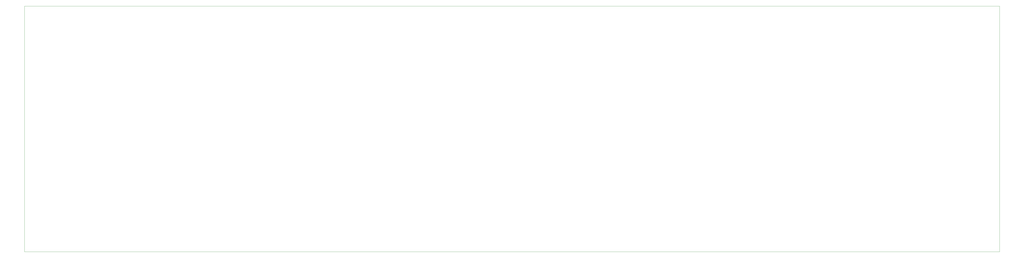
<source format=gbr>
G04 #@! TF.GenerationSoftware,KiCad,Pcbnew,5.1.5+dfsg1-2build2*
G04 #@! TF.CreationDate,2021-12-25T17:24:44+01:00*
G04 #@! TF.ProjectId,ntc-6251-qmk-pcb-rounded,6e74632d-3632-4353-912d-716d6b2d7063,rev?*
G04 #@! TF.SameCoordinates,Original*
G04 #@! TF.FileFunction,Profile,NP*
%FSLAX46Y46*%
G04 Gerber Fmt 4.6, Leading zero omitted, Abs format (unit mm)*
G04 Created by KiCad (PCBNEW 5.1.5+dfsg1-2build2) date 2021-12-25 17:24:44*
%MOMM*%
%LPD*%
G04 APERTURE LIST*
%ADD10C,0.100000*%
G04 APERTURE END LIST*
D10*
X35500000Y-161625000D02*
X467500000Y-161625000D01*
X467500000Y-161625000D02*
X467500000Y-52510000D01*
X35500000Y-52510000D02*
X467500000Y-52510000D01*
X35500000Y-161625000D02*
X35500000Y-52510000D01*
M02*

</source>
